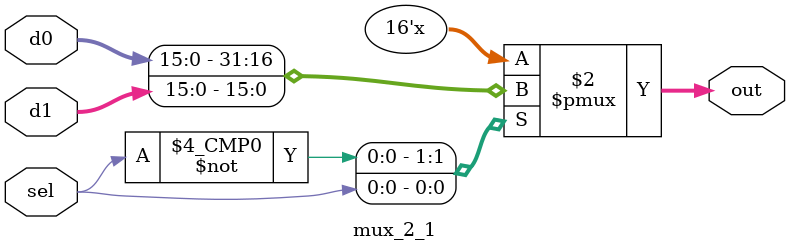
<source format=sv>
`timescale 1ns / 1ps

module mux_2_1(
    input sel,
    output reg [15:0] out,
    input [15:0] d0,
    input [15:0] d1);
    
    always @ (*) begin
      case(sel)
          1'b0 : out <= d0;
          1'b1 : out <= d1;
      endcase
    end
endmodule

</source>
